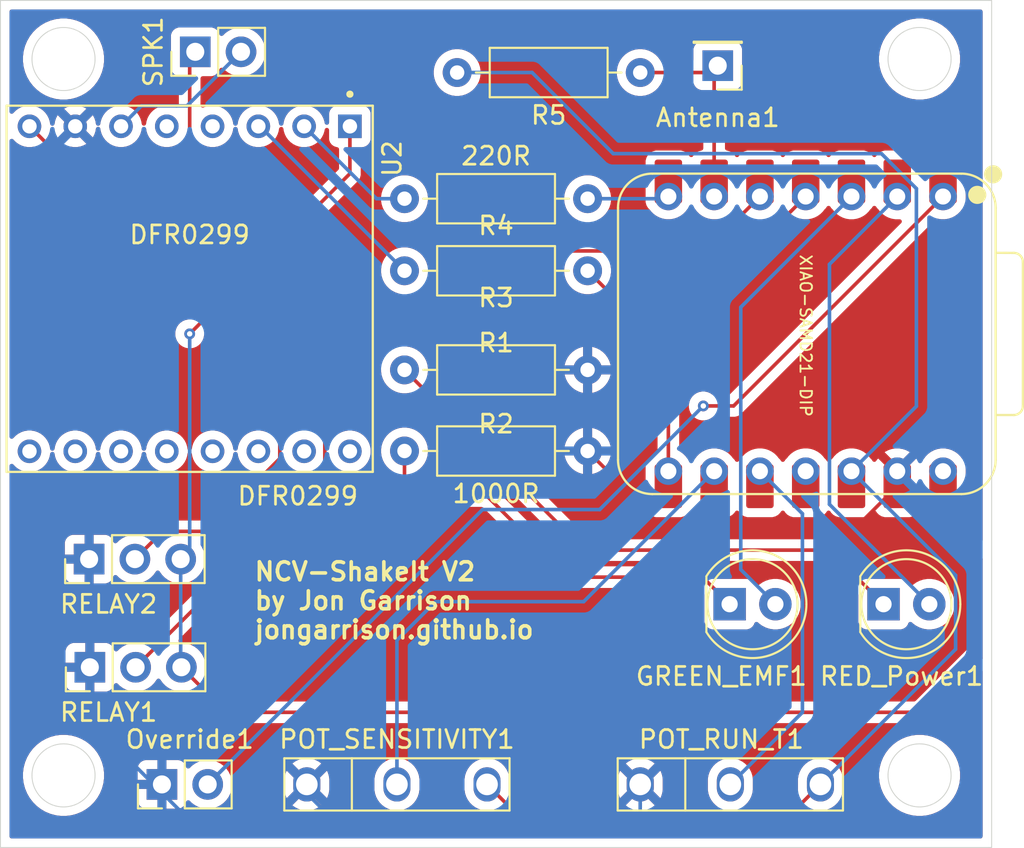
<source format=kicad_pcb>
(kicad_pcb (version 20241229) (generator "pcbnew") (generator_version "9.0")
  (layers (0 "F.Cu" signal) (2 "B.Cu" signal) (13 "F.Paste" user) (15 "B.Paste" user) (5 "F.SilkS" user "F.Silkscreen") (7 "B.SilkS" user "B.Silkscreen") (1 "F.Mask" user) (3 "B.Mask" user) (25 "Edge.Cuts" user))
  (net 0 "")
  (net 1 "Net-(U1-PA5_A9_D9_MISO)")
  (net 2 "Net-(U1-PA7_A8_D8_SCK)")
  (net 3 "Net-(RED_Power1-K)")
  (net 4 "Net-(GREEN_EMF1-K)")
  (net 5 "Net-(U2-TX)")
  (net 6 "Net-(U1-PB09_A7_D7_RX)")
  (net 7 "Net-(U1-PB08_A6_D6_TX)")
  (net 8 "Net-(U2-RX)")
  (net 9 "Net-(Antenna1-Pin_1)")
  (net 10 "Net-(GREEN_EMF1-A)")
  (net 11 "Net-(RED_Power1-A)")
  (net 12 "Net-(RELAY1-Pin_2)")
  (net 13 "Net-(RELAY2-Pin_2)")
  (net 14 "Net-(U2-SPK1)")
  (net 16 "Net-(OverrideSwitch1-Pin_2)")
  (net 21 "Net-(U2-SPK2)")
  (net 28 "+3.3V")
  (net 29 "GND")
  (net 30 "+5V")
  (footprint "Resistor_THT:R_Axial_DIN0207_L6.3mm_D2.5mm_P10.16mm_Horizontal" (layer "F.Cu") (at 49.58 31 180)
    (property "Reference" "R4" (hide yes))
    (property "Value" "220R" (at 5.08 2.37 0) (layer "F.SilkS"))
    (fp_line (start 9.12 0) (end 8.35 0) (stroke (width 0.12)) (layer "F.SilkS"))
    (fp_line (start 8.35 1.37) (end 8.35 -1.37) (stroke (width 0.12)) (layer "F.SilkS"))
    (fp_line (start 8.35 -1.37) (end 1.81 -1.37) (stroke (width 0.12)) (layer "F.SilkS"))
    (fp_line (start 1.81 1.37) (end 8.35 1.37) (stroke (width 0.12)) (layer "F.SilkS"))
    (fp_line (start 1.81 -1.37) (end 1.81 1.37) (stroke (width 0.12)) (layer "F.SilkS"))
    (fp_line (start 1.04 0) (end 1.81 0) (stroke (width 0.12)) (layer "F.SilkS"))
    (fp_text user "${REFERENCE}" (at 5.08 -1.5 0) (layer "F.SilkS"))
    (pad "1" thru_hole circle (at 0 0 180) (size 1.6 1.6) (drill 0.8) (layers "*.Cu" "*.Mask") (net 7 "Net-(U1-PB08_A6_D6_TX)"))
    (pad "2" thru_hole oval (at 10.16 0 180) (size 1.6 1.6) (drill 0.8) (layers "*.Cu" "*.Mask") (net 8 "Net-(U2-RX)"))
  )
  (footprint "Connector_PinHeader_2.54mm:PinHeader_1x02_P2.54mm_Vertical" (layer "F.Cu") (at 27.81 22.85 90)
    (property "Reference" "SPK1" (at 0 -2.33 90) (layer "F.SilkS"))
    (property "Value" "Speaker")
    (fp_line (start -1.33 -1.33) (end 0 -1.33) (stroke (width 0.12)) (layer "F.SilkS"))
    (fp_line (start -1.33 0) (end -1.33 -1.33) (stroke (width 0.12)) (layer "F.SilkS"))
    (fp_line (start 1.33 1.27) (end 1.33 3.87) (stroke (width 0.12)) (layer "F.SilkS"))
    (fp_line (start -1.33 1.27) (end 1.33 1.27) (stroke (width 0.12)) (layer "F.SilkS"))
    (fp_line (start -1.33 1.27) (end -1.33 3.87) (stroke (width 0.12)) (layer "F.SilkS"))
    (fp_line (start -1.33 3.87) (end 1.33 3.87) (stroke (width 0.12)) (layer "F.SilkS"))
    (pad "1" thru_hole rect (at 0 0 90) (size 1.7 1.7) (drill 1) (layers "*.Cu" "*.Mask") (net 21 "Net-(U2-SPK2)"))
    (pad "2" thru_hole oval (at 0 2.54 90) (size 1.7 1.7) (drill 1) (layers "*.Cu" "*.Mask") (net 14 "Net-(U2-SPK1)"))
  )
  (footprint "DFR0299:MODULE_DFR0299" (layer "F.Cu") (at 27.5 36 -90)
    (property "Reference" "U2" (at -7.225 -11.235 90) (layer "F.SilkS"))
    (property "Value" "DFR0299" (at 11.5 -6 180) (layer "F.SilkS"))
    (fp_line (start -10.16 10.16) (end -10.16 -10.16) (stroke (width 0.127)) (layer "F.SilkS"))
    (fp_line (start 10.16 10.16) (end -10.16 10.16) (stroke (width 0.127)) (layer "F.SilkS"))
    (fp_line (start -10.16 -10.16) (end 10.16 -10.16) (stroke (width 0.127)) (layer "F.SilkS"))
    (fp_line (start 10.16 -10.16) (end 10.16 10.16) (stroke (width 0.127)) (layer "F.SilkS"))
    (fp_circle (center -10.8 -8.89) (end -10.7 -8.89) (stroke (width 0.2)) (fill no) (layer "F.SilkS"))
    (pad "1" thru_hole rect (at -9.017 -8.89 270) (size 1.308 1.308) (drill 0.8) (layers "*.Cu" "*.Mask") (net 30 "+5V"))
    (pad "2" thru_hole circle (at -9.017 -6.35 270) (size 1.308 1.308) (drill 0.8) (layers "*.Cu" "*.Mask") (net 8 "Net-(U2-RX)"))
    (pad "3" thru_hole circle (at -9.017 -3.81 270) (size 1.308 1.308) (drill 0.8) (layers "*.Cu" "*.Mask") (net 5 "Net-(U2-TX)"))
    (pad "4" thru_hole circle (at -9.017 -1.27 270) (size 1.308 1.308) (drill 0.8) (layers "*.Cu" "*.Mask"))
    (pad "5" thru_hole circle (at -9.017 1.27 270) (size 1.308 1.308) (drill 0.8) (layers "*.Cu" "*.Mask"))
    (pad "6" thru_hole circle (at -9.017 3.81 270) (size 1.308 1.308) (drill 0.8) (layers "*.Cu" "*.Mask") (net 14 "Net-(U2-SPK1)"))
    (pad "7" thru_hole circle (at -9.017 6.35 270) (size 1.308 1.308) (drill 0.8) (layers "*.Cu" "*.Mask") (net 29 "GND"))
    (pad "8" thru_hole circle (at -9.017 8.89 270) (size 1.308 1.308) (drill 0.8) (layers "*.Cu" "*.Mask") (net 21 "Net-(U2-SPK2)"))
    (pad "9" thru_hole circle (at 9.017 8.89 270) (size 1.308 1.308) (drill 0.8) (layers "*.Cu" "*.Mask"))
    (pad "10" thru_hole circle (at 9.017 6.35 270) (size 1.308 1.308) (drill 0.8) (layers "*.Cu" "*.Mask"))
    (pad "11" thru_hole circle (at 9.017 3.81 270) (size 1.308 1.308) (drill 0.8) (layers "*.Cu" "*.Mask"))
    (pad "12" thru_hole circle (at 9.017 1.27 270) (size 1.308 1.308) (drill 0.8) (layers "*.Cu" "*.Mask"))
    (pad "13" thru_hole circle (at 9.017 -1.27 270) (size 1.308 1.308) (drill 0.8) (layers "*.Cu" "*.Mask"))
    (pad "14" thru_hole circle (at 9.017 -3.81 270) (size 1.308 1.308) (drill 0.8) (layers "*.Cu" "*.Mask"))
    (pad "15" thru_hole circle (at 9.017 -6.35 270) (size 1.308 1.308) (drill 0.8) (layers "*.Cu" "*.Mask"))
    (pad "16" thru_hole circle (at 9.017 -8.89 270) (size 1.308 1.308) (drill 0.8) (layers "*.Cu" "*.Mask"))
  )
  (footprint "Resistor_THT:R_Axial_DIN0207_L6.3mm_D2.5mm_P10.16mm_Horizontal" (layer "F.Cu") (at 49.58 35 180)
    (property "Reference" "R3" (hide yes))
    (property "Value" "220R" (hide yes))
    (fp_line (start 9.12 0) (end 8.35 0) (stroke (width 0.12)) (layer "F.SilkS"))
    (fp_line (start 8.35 1.37) (end 8.35 -1.37) (stroke (width 0.12)) (layer "F.SilkS"))
    (fp_line (start 8.35 -1.37) (end 1.81 -1.37) (stroke (width 0.12)) (layer "F.SilkS"))
    (fp_line (start 1.81 1.37) (end 8.35 1.37) (stroke (width 0.12)) (layer "F.SilkS"))
    (fp_line (start 1.81 -1.37) (end 1.81 1.37) (stroke (width 0.12)) (layer "F.SilkS"))
    (fp_line (start 1.04 0) (end 1.81 0) (stroke (width 0.12)) (layer "F.SilkS"))
    (fp_text user "${REFERENCE}" (at 5.08 -1.5 0) (layer "F.SilkS"))
    (pad "1" thru_hole circle (at 0 0 180) (size 1.6 1.6) (drill 0.8) (layers "*.Cu" "*.Mask") (net 6 "Net-(U1-PB09_A7_D7_RX)"))
    (pad "2" thru_hole oval (at 10.16 0 180) (size 1.6 1.6) (drill 0.8) (layers "*.Cu" "*.Mask") (net 5 "Net-(U2-TX)"))
  )
  (footprint "Seeed Studio XIAO Series Library:XIAO-SAMD21-DIP" (layer "F.Cu") (at 61.744 38.6 -90)
    (property "Reference" "U1" (hide yes))
    (property "Value" "XIAO-SAMD21-DIP" (at 0 0.0625 270) (layer "F.SilkS") (effects (font (size 0.635 0.635) (thickness 0.1016))))
    (fp_line (start -7.085 10.4765) (end 6.885 10.4765) (stroke (width 0.127)) (layer "F.SilkS"))
    (fp_line (start -8.99 8.5715) (end -8.99 -8.5735) (stroke (width 0.127)) (layer "F.SilkS"))
    (fp_line (start 8.79 8.5715) (end 8.79 -8.5735) (stroke (width 0.127)) (layer "F.SilkS"))
    (fp_line (start -4.595 -10.4785) (end -4.591272 -11.488772) (stroke (width 0.127)) (layer "F.SilkS"))
    (fp_line (start 6.885 -10.4785) (end -7.085 -10.4785) (stroke (width 0.1)) (layer "F.SilkS"))
    (fp_line (start 6.885 -10.4785) (end -7.085 -10.4785) (stroke (width 0.127)) (layer "F.SilkS"))
    (fp_line (start 4.404 -11.4885) (end 4.404 -10.4785) (stroke (width 0.127)) (layer "F.SilkS"))
    (fp_line (start -4.091272 -11.9885) (end 3.904 -11.9885) (stroke (width 0.127)) (layer "F.SilkS"))
    (fp_arc (start -7.085 10.4765) (mid -8.432038 9.918538) (end -8.99 8.5715) (stroke (width 0.127)) (layer "F.SilkS"))
    (fp_arc (start 8.79 8.5715) (mid 8.232038 9.918538) (end 6.885 10.4765) (stroke (width 0.127)) (layer "F.SilkS"))
    (fp_arc (start -8.99 -8.5735) (mid -8.432038 -9.920538) (end -7.085 -10.4785) (stroke (width 0.127)) (layer "F.SilkS"))
    (fp_arc (start 6.885 -10.4785) (mid 8.232038 -9.920538) (end 8.79 -8.5735) (stroke (width 0.127)) (layer "F.SilkS"))
    (fp_arc (start -4.591272 -11.488772) (mid -4.444728 -11.84214) (end -4.091272 -11.9885) (stroke (width 0.127)) (layer "F.SilkS"))
    (fp_arc (start 3.904 -11.9885) (mid 4.257553 -11.842053) (end 4.404 -11.4885) (stroke (width 0.127)) (layer "F.SilkS"))
    (fp_circle (center -7.811 -9.4575) (end -7.811 -9.7115) (stroke (width 0.5)) (fill yes) (layer "F.SilkS"))
    (fp_circle (center -8.954 -10.3375) (end -8.954 -10.5915) (stroke (width 0.5)) (fill yes) (layer "F.SilkS"))
    (pad "1" smd roundrect (at -8.555 -7.5575 90) (size 2.432 1.524) (layers "F.Cu" "F.Mask") (roundrect_rratio 0.1) (net 16 "Net-(OverrideSwitch1-Pin_2)"))
    (pad "1" thru_hole circle (at -7.72 -7.5575 90) (size 1.524 1.524) (drill 0.889) (layers "*.Cu" "*.Mask") (net 16 "Net-(OverrideSwitch1-Pin_2)"))
    (pad "2" smd roundrect (at -8.555 -5.0175 90) (size 2.432 1.524) (layers "F.Cu" "F.Mask") (roundrect_rratio 0.1) (net 11 "Net-(RED_Power1-A)"))
    (pad "2" thru_hole circle (at -7.72 -5.0175 90) (size 1.524 1.524) (drill 0.889) (layers "*.Cu" "*.Mask") (net 11 "Net-(RED_Power1-A)"))
    (pad "3" smd roundrect (at -8.555 -2.4775 90) (size 2.432 1.524) (layers "F.Cu" "F.Mask") (roundrect_rratio 0.1) (net 10 "Net-(GREEN_EMF1-A)"))
    (pad "3" thru_hole circle (at -7.72 -2.4775 90) (size 1.524 1.524) (drill 0.889) (layers "*.Cu" "*.Mask") (net 10 "Net-(GREEN_EMF1-A)"))
    (pad "4" smd roundrect (at -8.555 0.0625 90) (size 2.432 1.524) (layers "F.Cu" "F.Mask") (roundrect_rratio 0.1) (net 12 "Net-(RELAY1-Pin_2)"))
    (pad "4" thru_hole circle (at -7.72 0.0625 90) (size 1.524 1.524) (drill 0.889) (layers "*.Cu" "*.Mask") (net 12 "Net-(RELAY1-Pin_2)"))
    (pad "5" smd roundrect (at -8.555 2.6025 90) (size 2.432 1.524) (layers "F.Cu" "F.Mask") (roundrect_rratio 0.1) (net 13 "Net-(RELAY2-Pin_2)"))
    (pad "5" thru_hole circle (at -7.72 2.6025 90) (size 1.524 1.524) (drill 0.889) (layers "*.Cu" "*.Mask") (net 13 "Net-(RELAY2-Pin_2)"))
    (pad "6" smd roundrect (at -8.555 5.1425 90) (size 2.432 1.524) (layers "F.Cu" "F.Mask") (roundrect_rratio 0.1) (net 9 "Net-(Antenna1-Pin_1)"))
    (pad "6" thru_hole circle (at -7.72 5.1425 90) (size 1.524 1.524) (drill 0.889) (layers "*.Cu" "*.Mask") (net 9 "Net-(Antenna1-Pin_1)"))
    (pad "7" smd roundrect (at -8.555 7.6825 90) (size 2.432 1.524) (layers "F.Cu" "F.Mask") (roundrect_rratio 0.1) (net 7 "Net-(U1-PB08_A6_D6_TX)"))
    (pad "7" thru_hole circle (at -7.72 7.6825 90) (size 1.524 1.524) (drill 0.889) (layers "*.Cu" "*.Mask") (net 7 "Net-(U1-PB08_A6_D6_TX)"))
    (pad "8" thru_hole circle (at 7.52 7.6825 270) (size 1.524 1.524) (drill 0.889) (layers "*.Cu" "*.Mask") (net 6 "Net-(U1-PB09_A7_D7_RX)"))
    (pad "8" smd roundrect (at 8.355 7.6825 270) (size 2.432 1.524) (layers "F.Cu" "F.Mask") (roundrect_rratio 0.1) (net 6 "Net-(U1-PB09_A7_D7_RX)"))
    (pad "9" thru_hole circle (at 7.52 5.1425 270) (size 1.524 1.524) (drill 0.889) (layers "*.Cu" "*.Mask") (net 2 "Net-(U1-PA7_A8_D8_SCK)"))
    (pad "9" smd roundrect (at 8.355 5.1425 270) (size 2.432 1.524) (layers "F.Cu" "F.Mask") (roundrect_rratio 0.1) (net 2 "Net-(U1-PA7_A8_D8_SCK)"))
    (pad "10" thru_hole circle (at 7.52 2.6025 270) (size 1.524 1.524) (drill 0.889) (layers "*.Cu" "*.Mask") (net 1 "Net-(U1-PA5_A9_D9_MISO)"))
    (pad "10" smd roundrect (at 8.355 2.6025 270) (size 2.432 1.524) (layers "F.Cu" "F.Mask") (roundrect_rratio 0.1) (net 1 "Net-(U1-PA5_A9_D9_MISO)"))
    (pad "11" thru_hole circle (at 7.52 0.0625 270) (size 1.524 1.524) (drill 0.889) (layers "*.Cu" "*.Mask"))
    (pad "11" smd roundrect (at 8.355 0.0625 270) (size 2.432 1.524) (layers "F.Cu" "F.Mask") (roundrect_rratio 0.1))
    (pad "12" thru_hole circle (at 7.52 -2.4775 270) (size 1.524 1.524) (drill 0.889) (layers "*.Cu" "*.Mask") (net 28 "+3.3V"))
    (pad "12" smd roundrect (at 8.355 -2.4775 270) (size 2.432 1.524) (layers "F.Cu" "F.Mask") (roundrect_rratio 0.1) (net 28 "+3.3V"))
    (pad "13" thru_hole circle (at 7.52 -5.0175 270) (size 1.524 1.524) (drill 0.889) (layers "*.Cu" "*.Mask") (net 29 "GND"))
    (pad "13" smd roundrect (at 8.355 -5.0175 270) (size 2.432 1.524) (layers "F.Cu" "F.Mask") (roundrect_rratio 0.1) (net 29 "GND"))
    (pad "14" thru_hole circle (at 7.52 -7.5575 270) (size 1.524 1.524) (drill 0.889) (layers "*.Cu" "*.Mask") (net 30 "+5V"))
    (pad "14" smd roundrect (at 8.355 -7.5575 270) (size 2.432 1.524) (layers "F.Cu" "F.Mask") (roundrect_rratio 0.1) (net 30 "+5V"))
  )
  (footprint "Connector_PinHeader_2.54mm:PinHeader_1x01_P2.54mm_Vertical" (layer "F.Cu") (at 56.8015 23.62 180)
    (property "Reference" "Antenna1" (at 0 -2.88 0) (layer "F.SilkS"))
    (property "Value" "Conn_01x01_Pin" (hide yes))
    (fp_line (start 1.33 1.27) (end 1.33 1.33) (stroke (width 0.12)) (layer "F.SilkS"))
    (fp_line (start -1.33 1.33) (end 1.33 1.33) (stroke (width 0.12)) (layer "F.SilkS"))
    (fp_line (start -1.33 1.27) (end 1.33 1.27) (stroke (width 0.12)) (layer "F.SilkS"))
    (fp_line (start -1.33 1.27) (end -1.33 1.33) (stroke (width 0.12)) (layer "F.SilkS"))
    (fp_line (start -1.33 0) (end -1.33 -1.33) (stroke (width 0.12)) (layer "F.SilkS"))
    (fp_line (start -1.33 -1.33) (end 0 -1.33) (stroke (width 0.12)) (layer "F.SilkS"))
    (pad "1" thru_hole rect (at 0 0 180) (size 1.7 1.7) (drill 1) (layers "*.Cu" "*.Mask") (net 9 "Net-(Antenna1-Pin_1)"))
  )
  (footprint "Connector_PinHeader_2.54mm:PinHeader_1x03_P2.54mm_Vertical" (layer "F.Cu") (at 21.96 57 90)
    (property "Reference" "RELAY1" (at -2.5 1.04 180) (layer "F.SilkS"))
    (property "Value" "Conn_01x03_Pin" (hide yes))
    (fp_line (start -1.33 -1.33) (end 0 -1.33) (stroke (width 0.12)) (layer "F.SilkS"))
    (fp_line (start -1.33 0) (end -1.33 -1.33) (stroke (width 0.12)) (layer "F.SilkS"))
    (fp_line (start 1.33 1.27) (end 1.33 6.41) (stroke (width 0.12)) (layer "F.SilkS"))
    (fp_line (start -1.33 1.27) (end 1.33 1.27) (stroke (width 0.12)) (layer "F.SilkS"))
    (fp_line (start -1.33 1.27) (end -1.33 6.41) (stroke (width 0.12)) (layer "F.SilkS"))
    (fp_line (start -1.33 6.41) (end 1.33 6.41) (stroke (width 0.12)) (layer "F.SilkS"))
    (pad "1" thru_hole rect (at 0 0 90) (size 1.7 1.7) (drill 1) (layers "*.Cu" "*.Mask") (net 29 "GND"))
    (pad "2" thru_hole oval (at 0 2.54 90) (size 1.7 1.7) (drill 1) (layers "*.Cu" "*.Mask") (net 12 "Net-(RELAY1-Pin_2)"))
    (pad "3" thru_hole oval (at 0 5.08 90) (size 1.7 1.7) (drill 1) (layers "*.Cu" "*.Mask") (net 30 "+5V"))
  )
  (footprint "Resistor_THT:R_Axial_DIN0207_L6.3mm_D2.5mm_P10.16mm_Horizontal" (layer "F.Cu") (at 39.42 40.5)
    (property "Reference" "R1" (hide yes))
    (property "Value" "1000R" (hide yes))
    (fp_line (start 1.04 0) (end 1.81 0) (stroke (width 0.12)) (layer "F.SilkS"))
    (fp_line (start 1.81 -1.37) (end 1.81 1.37) (stroke (width 0.12)) (layer "F.SilkS"))
    (fp_line (start 1.81 1.37) (end 8.35 1.37) (stroke (width 0.12)) (layer "F.SilkS"))
    (fp_line (start 8.35 -1.37) (end 1.81 -1.37) (stroke (width 0.12)) (layer "F.SilkS"))
    (fp_line (start 8.35 1.37) (end 8.35 -1.37) (stroke (width 0.12)) (layer "F.SilkS"))
    (fp_line (start 9.12 0) (end 8.35 0) (stroke (width 0.12)) (layer "F.SilkS"))
    (fp_text user "${REFERENCE}" (at 5.08 -1.5 0) (layer "F.SilkS"))
    (pad "1" thru_hole circle (at 0 0) (size 1.6 1.6) (drill 0.8) (layers "*.Cu" "*.Mask") (net 3 "Net-(RED_Power1-K)"))
    (pad "2" thru_hole oval (at 10.16 0) (size 1.6 1.6) (drill 0.8) (layers "*.Cu" "*.Mask") (net 29 "GND"))
  )
  (footprint "Resistor_THT:R_Axial_DIN0207_L6.3mm_D2.5mm_P10.16mm_Horizontal" (layer "F.Cu") (at 39.42 45)
    (property "Reference" "R2" (hide yes))
    (property "Value" "1000R" (at 5.08 2.37 0) (layer "F.SilkS"))
    (fp_line (start 1.04 0) (end 1.81 0) (stroke (width 0.12)) (layer "F.SilkS"))
    (fp_line (start 1.81 -1.37) (end 1.81 1.37) (stroke (width 0.12)) (layer "F.SilkS"))
    (fp_line (start 1.81 1.37) (end 8.35 1.37) (stroke (width 0.12)) (layer "F.SilkS"))
    (fp_line (start 8.35 -1.37) (end 1.81 -1.37) (stroke (width 0.12)) (layer "F.SilkS"))
    (fp_line (start 8.35 1.37) (end 8.35 -1.37) (stroke (width 0.12)) (layer "F.SilkS"))
    (fp_line (start 9.12 0) (end 8.35 0) (stroke (width 0.12)) (layer "F.SilkS"))
    (fp_text user "${REFERENCE}" (at 5.08 -1.5 0) (layer "F.SilkS"))
    (pad "1" thru_hole circle (at 0 0) (size 1.6 1.6) (drill 0.8) (layers "*.Cu" "*.Mask") (net 4 "Net-(GREEN_EMF1-K)"))
    (pad "2" thru_hole oval (at 10.16 0) (size 1.6 1.6) (drill 0.8) (layers "*.Cu" "*.Mask") (net 29 "GND"))
  )
  (footprint "LED_THT:LED_D5.0mm" (layer "F.Cu") (at 66 53.5)
    (property "Reference" "RED_Power1" (at 1 4 0) (layer "F.SilkS"))
    (property "Value" "LED" (hide yes))
    (fp_line (start -1.29 -1.545) (end -1.29 1.545) (stroke (width 0.12)) (layer "F.SilkS"))
    (fp_arc (start -1.29 -1.54483) (mid 2.071756 -2.880501) (end 4.26 -0.000048) (stroke (width 0.12)) (layer "F.SilkS"))
    (fp_arc (start 4.26 0.000048) (mid 2.071756 2.880501) (end -1.29 1.54483) (stroke (width 0.12)) (layer "F.SilkS"))
    (fp_circle (center 1.27 0) (end 3.77 0) (stroke (width 0.12)) (fill no) (layer "F.SilkS"))
    (pad "1" thru_hole rect (at 0 0) (size 1.8 1.8) (drill 0.9) (layers "*.Cu" "*.Mask") (net 3 "Net-(RED_Power1-K)"))
    (pad "2" thru_hole circle (at 2.54 0) (size 1.8 1.8) (drill 0.9) (layers "*.Cu" "*.Mask") (net 11 "Net-(RED_Power1-A)"))
  )
  (footprint "Potentiometer_THT:JG-3Pin-Pot-11mmOuterPins" (layer "F.Cu") (at 57.5 63.5)
    (property "Reference" "POT_RUN_T1" (at -0.5 -2.5 0) (layer "F.SilkS"))
    (property "Value" "10K" (hide yes))
    (fp_line (start -6.25 -1.45) (end 6.25 -1.45) (stroke (width 0.12)) (layer "F.SilkS"))
    (fp_line (start -6.25 1.45) (end -6.25 -1.45) (stroke (width 0.12)) (layer "F.SilkS"))
    (fp_line (start -2.5 -1.45) (end -2.5 1.45) (stroke (width 0.12)) (layer "F.SilkS"))
    (fp_line (start 6.25 -1.45) (end 6.25 1.45) (stroke (width 0.12)) (layer "F.SilkS"))
    (fp_line (start 6.25 1.45) (end -6.25 1.45) (stroke (width 0.12)) (layer "F.SilkS"))
    (pad "1" thru_hole oval (at -5 0) (size 1.5 1.9) (drill 1.2) (layers "*.Cu" "*.Mask") (net 29 "GND"))
    (pad "2" thru_hole oval (at 0 0) (size 1.5 1.9) (drill 1.2) (layers "*.Cu" "*.Mask") (net 1 "Net-(U1-PA5_A9_D9_MISO)"))
    (pad "3" thru_hole oval (at 5 0) (size 1.5 1.9) (drill 1.2) (layers "*.Cu" "*.Mask") (net 28 "+3.3V"))
  )
  (footprint "LED_THT:LED_D5.0mm" (layer "F.Cu") (at 57.46 53.5)
    (property "Reference" "GREEN_EMF1" (at -0.46 4 180) (layer "F.SilkS"))
    (property "Value" "LED" (hide yes))
    (fp_line (start -1.29 -1.545) (end -1.29 1.545) (stroke (width 0.12)) (layer "F.SilkS"))
    (fp_arc (start -1.29 -1.54483) (mid 2.071756 -2.880501) (end 4.26 -0.000048) (stroke (width 0.12)) (layer "F.SilkS"))
    (fp_arc (start 4.26 0.000048) (mid 2.071756 2.880501) (end -1.29 1.54483) (stroke (width 0.12)) (layer "F.SilkS"))
    (fp_circle (center 1.27 0) (end 3.77 0) (stroke (width 0.12)) (fill no) (layer "F.SilkS"))
    (pad "1" thru_hole rect (at 0 0) (size 1.8 1.8) (drill 0.9) (layers "*.Cu" "*.Mask") (net 4 "Net-(GREEN_EMF1-K)"))
    (pad "2" thru_hole circle (at 2.54 0) (size 1.8 1.8) (drill 0.9) (layers "*.Cu" "*.Mask") (net 10 "Net-(GREEN_EMF1-A)"))
  )
  (footprint "Connector_PinHeader_2.54mm:PinHeader_1x03_P2.54mm_Vertical" (layer "F.Cu") (at 21.92 51 90)
    (property "Reference" "RELAY2" (at -2.5 1.08 180) (layer "F.SilkS"))
    (property "Value" "Conn_01x03_Pin" (hide yes))
    (fp_line (start -1.33 -1.33) (end 0 -1.33) (stroke (width 0.12)) (layer "F.SilkS"))
    (fp_line (start -1.33 0) (end -1.33 -1.33) (stroke (width 0.12)) (layer "F.SilkS"))
    (fp_line (start 1.33 1.27) (end 1.33 6.41) (stroke (width 0.12)) (layer "F.SilkS"))
    (fp_line (start -1.33 1.27) (end 1.33 1.27) (stroke (width 0.12)) (layer "F.SilkS"))
    (fp_line (start -1.33 1.27) (end -1.33 6.41) (stroke (width 0.12)) (layer "F.SilkS"))
    (fp_line (start -1.33 6.41) (end 1.33 6.41) (stroke (width 0.12)) (layer "F.SilkS"))
    (pad "1" thru_hole rect (at 0 0 90) (size 1.7 1.7) (drill 1) (layers "*.Cu" "*.Mask") (net 29 "GND"))
    (pad "2" thru_hole oval (at 0 2.54 90) (size 1.7 1.7) (drill 1) (layers "*.Cu" "*.Mask") (net 13 "Net-(RELAY2-Pin_2)"))
    (pad "3" thru_hole oval (at 0 5.08 90) (size 1.7 1.7) (drill 1) (layers "*.Cu" "*.Mask") (net 30 "+5V"))
  )
  (footprint "Potentiometer_THT:JG-3Pin-Pot-11mmOuterPins" (layer "F.Cu") (at 39 63.5)
    (property "Reference" "POT_SENSITIVITY1" (at 0 -2.5 0) (layer "F.SilkS"))
    (property "Value" "10K" (hide yes))
    (fp_line (start -6.25 -1.45) (end 6.25 -1.45) (stroke (width 0.12)) (layer "F.SilkS"))
    (fp_line (start -6.25 1.45) (end -6.25 -1.45) (stroke (width 0.12)) (layer "F.SilkS"))
    (fp_line (start -2.5 -1.45) (end -2.5 1.45) (stroke (width 0.12)) (layer "F.SilkS"))
    (fp_line (start 6.25 -1.45) (end 6.25 1.45) (stroke (width 0.12)) (layer "F.SilkS"))
    (fp_line (start 6.25 1.45) (end -6.25 1.45) (stroke (width 0.12)) (layer "F.SilkS"))
    (pad "1" thru_hole oval (at -5 0) (size 1.5 1.9) (drill 1.2) (layers "*.Cu" "*.Mask") (net 29 "GND"))
    (pad "2" thru_hole oval (at 0 0) (size 1.5 1.9) (drill 1.2) (layers "*.Cu" "*.Mask") (net 2 "Net-(U1-PA7_A8_D8_SCK)"))
    (pad "3" thru_hole oval (at 5 0) (size 1.5 1.9) (drill 1.2) (layers "*.Cu" "*.Mask") (net 28 "+3.3V"))
  )
  (footprint "Resistor_THT:R_Axial_DIN0207_L6.3mm_D2.5mm_P10.16mm_Horizontal" (layer "F.Cu") (at 52.5 24 180)
    (property "Reference" "R5" (at 5.08 -2.37 0) (layer "F.SilkS"))
    (property "Value" "1M-R")
    (fp_line (start 9.12 0) (end 8.35 0) (stroke (width 0.12)) (layer "F.SilkS"))
    (fp_line (start 8.35 1.37) (end 8.35 -1.37) (stroke (width 0.12)) (layer "F.SilkS"))
    (fp_line (start 8.35 -1.37) (end 1.81 -1.37) (stroke (width 0.12)) (layer "F.SilkS"))
    (fp_line (start 1.81 1.37) (end 8.35 1.37) (stroke (width 0.12)) (layer "F.SilkS"))
    (fp_line (start 1.81 -1.37) (end 1.81 1.37) (stroke (width 0.12)) (layer "F.SilkS"))
    (fp_line (start 1.04 0) (end 1.81 0) (stroke (width 0.12)) (layer "F.SilkS"))
    (pad "1" thru_hole circle (at 0 0 180) (size 1.6 1.6) (drill 0.8) (layers "*.Cu" "*.Mask") (net 9 "Net-(Antenna1-Pin_1)"))
    (pad "2" thru_hole oval (at 10.16 0 180) (size 1.6 1.6) (drill 0.8) (layers "*.Cu" "*.Mask") (net 28 "+3.3V"))
  )
  (footprint "Connector_PinHeader_2.54mm:PinHeader_1x02_P2.54mm_Vertical" (layer "F.Cu") (at 25.96 63.5 90)
    (property "Reference" "Override1" (at 2.5 1.54 180) (layer "F.SilkS"))
    (property "Value" "Conn_01x02_Pin" (hide yes))
    (fp_line (start -1.33 -1.33) (end 0 -1.33) (stroke (width 0.12)) (layer "F.SilkS"))
    (fp_line (start -1.33 0) (end -1.33 -1.33) (stroke (width 0.12)) (layer "F.SilkS"))
    (fp_line (start 1.33 1.27) (end 1.33 3.87) (stroke (width 0.12)) (layer "F.SilkS"))
    (fp_line (start -1.33 1.27) (end 1.33 1.27) (stroke (width 0.12)) (layer "F.SilkS"))
    (fp_line (start -1.33 1.27) (end -1.33 3.87) (stroke (width 0.12)) (layer "F.SilkS"))
    (fp_line (start -1.33 3.87) (end 1.33 3.87) (stroke (width 0.12)) (layer "F.SilkS"))
    (pad "1" thru_hole rect (at 0 0 90) (size 1.7 1.7) (drill 1) (layers "*.Cu" "*.Mask") (net 29 "GND"))
    (pad "2" thru_hole oval (at 0 2.54 90) (size 1.7 1.7) (drill 1) (layers "*.Cu" "*.Mask") (net 16 "Net-(OverrideSwitch1-Pin_2)"))
  )
  (gr_circle (center 20.5 23.25) (end 22.25 23.25) (stroke (width 0.05)) (fill no) (layer "Edge.Cuts"))
  (gr_circle (center 68 23.25) (end 69.75 23.25) (stroke (width 0.05)) (fill no) (layer "Edge.Cuts"))
  (gr_circle (center 20.5 63) (end 22.25 63) (stroke (width 0.05)) (fill no) (layer "Edge.Cuts"))
  (gr_circle (center 68 63) (end 69.75 63) (stroke (width 0.05)) (fill no) (layer "Edge.Cuts"))
  (gr_rect (start 17 20) (end 72 67) (stroke (width 0.05)) (fill no) (layer "Edge.Cuts"))
  (gr_text "DFR0299" (at 27.5 33 0) (layer "F.SilkS") (effects (font (size 1 1))))
  (gr_text "NCV-ShakeIt V2\nby Jon Garrison\njongarrison.github.io\n" (at 31 55.5 0) (layer "F.SilkS") (effects (font (size 1 1) (thickness 0.2) (bold yes)) (justify left bottom)))
  (segment (start 57.5 63.5) (end 61.5 59.5) (width 0.2) (layer "B.Cu") (net 1))
  (segment (start 61.5 48.4785) (end 59.1415 46.12) (width 0.2) (layer "B.Cu") (net 1))
  (segment (start 61.5 59.5) (end 61.5 48.4785) (width 0.2) (layer "B.Cu") (net 1))
  (segment (start 56.6015 46.955) (end 56.6015 46.12) (width 0.2) (layer "F.Cu") (net 2))
  (segment (start 49.36075 53.36075) (end 41.13925 53.36075) (width 0.2) (layer "B.Cu") (net 2))
  (segment (start 39 55.5) (end 39 63.5) (width 0.2) (layer "B.Cu") (net 2))
  (segment (start 56.6015 46.12) (end 49.36075 53.36075) (width 0.2) (layer "B.Cu") (net 2))
  (segment (start 41.13925 53.36075) (end 39 55.5) (width 0.2) (layer "B.Cu") (net 2))
  (segment (start 39.42 40.5) (end 49.42 50.5) (width 0.2) (layer "F.Cu") (net 3))
  (segment (start 63 50.5) (end 66 53.5) (width 0.2) (layer "F.Cu") (net 3))
  (segment (start 49.42 50.5) (end 63 50.5) (width 0.2) (layer "F.Cu") (net 3))
  (segment (start 55.96 52) (end 48.5 52) (width 0.2) (layer "F.Cu") (net 4))
  (segment (start 57.46 53.5) (end 55.96 52) (width 0.2) (layer "F.Cu") (net 4))
  (segment (start 39.42 46.42) (end 39.42 45) (width 0.2) (layer "F.Cu") (net 4))
  (segment (start 44 47.5) (end 40.5 47.5) (width 0.2) (layer "F.Cu") (net 4))
  (segment (start 48.5 52) (end 44 47.5) (width 0.2) (layer "F.Cu") (net 4))
  (segment (start 40.5 47.5) (end 39.42 46.42) (width 0.2) (layer "F.Cu") (net 4))
  (segment (start 39.42 35) (end 31.403 26.983) (width 0.2) (layer "B.Cu") (net 5))
  (segment (start 31.403 26.983) (end 31.31 26.983) (width 0.2) (layer "B.Cu") (net 5))
  (segment (start 53.5165 47.5) (end 54.0615 46.955) (width 0.2) (layer "F.Cu") (net 6))
  (segment (start 54.0615 39.4815) (end 49.58 35) (width 0.2) (layer "F.Cu") (net 6))
  (segment (start 54.0615 46.955) (end 54.0615 39.4815) (width 0.2) (layer "F.Cu") (net 6))
  (segment (start 53.9415 31) (end 54.0615 30.88) (width 0.2) (layer "B.Cu") (net 7))
  (segment (start 49.58 31) (end 53.9415 31) (width 0.2) (layer "B.Cu") (net 7))
  (segment (start 37.867 31) (end 33.85 26.983) (width 0.2) (layer "B.Cu") (net 8))
  (segment (start 39.42 31) (end 37.867 31) (width 0.2) (layer "B.Cu") (net 8))
  (segment (start 56.4215 24) (end 56.8015 23.62) (width 0.2) (layer "F.Cu") (net 9))
  (segment (start 56.6015 30.88) (end 56.6015 23.82) (width 0.2) (layer "F.Cu") (net 9))
  (segment (start 52.5 24) (end 56.4215 24) (width 0.2) (layer "F.Cu") (net 9))
  (segment (start 56.6015 23.82) (end 56.8015 23.62) (width 0.2) (layer "F.Cu") (net 9))
  (segment (start 58.0785 51.5785) (end 58.0785 37.023) (width 0.2) (layer "B.Cu") (net 10))
  (segment (start 60 53.5) (end 58.0785 51.5785) (width 0.2) (layer "B.Cu") (net 10))
  (segment (start 58.0785 37.023) (end 64.2215 30.88) (width 0.2) (layer "B.Cu") (net 10))
  (segment (start 63 47.96) (end 63 34.6415) (width 0.2) (layer "B.Cu") (net 11))
  (segment (start 68.54 53.5) (end 63 47.96) (width 0.2) (layer "B.Cu") (net 11))
  (segment (start 63 34.6415) (end 66.7615 30.88) (width 0.2) (layer "B.Cu") (net 11))
  (segment (start 58.6625 33.899) (end 43.601 33.899) (width 0.2) (layer "F.Cu") (net 12))
  (segment (start 61.6815 30.88) (end 58.6625 33.899) (width 0.2) (layer "F.Cu") (net 12))
  (segment (start 35 42.5) (end 35 46.5) (width 0.2) (layer "F.Cu") (net 12))
  (segment (start 35 46.5) (end 24.5 57) (width 0.2) (layer "F.Cu") (net 12))
  (segment (start 43.601 33.899) (end 35 42.5) (width 0.2) (layer "F.Cu") (net 12))
  (segment (start 32.5 45.419393) (end 28.459696 49.459697) (width 0.2) (layer "F.Cu") (net 13))
  (segment (start 57.0215 33) (end 43.5 33) (width 0.2) (layer "F.Cu") (net 13))
  (segment (start 32.5 44) (end 32.5 45.419393) (width 0.2) (layer "F.Cu") (net 13))
  (segment (start 26.000303 49.459697) (end 24.46 51) (width 0.2) (layer "F.Cu") (net 13))
  (segment (start 43.5 33) (end 32.5 44) (width 0.2) (layer "F.Cu") (net 13))
  (segment (start 59.1415 30.88) (end 57.0215 33) (width 0.2) (layer "F.Cu") (net 13))
  (segment (start 28.459696 49.459697) (end 26.000303 49.459697) (width 0.2) (layer "F.Cu") (net 13))
  (segment (start 30.5 23) (end 30.35 22.85) (width 0.2) (layer "F.Cu") (net 14))
  (segment (start 27.35 25.85) (end 24.823 25.85) (width 0.2) (layer "B.Cu") (net 14))
  (segment (start 24.823 25.85) (end 23.69 26.983) (width 0.2) (layer "B.Cu") (net 14))
  (segment (start 30.35 22.85) (end 27.35 25.85) (width 0.2) (layer "B.Cu") (net 14))
  (segment (start 69.3015 30.88) (end 57.6815 42.5) (width 0.2) (layer "F.Cu") (net 16))
  (segment (start 57.6815 42.5) (end 56 42.5) (width 0.2) (layer "F.Cu") (net 16))
  (via (at 56 42.5) (size 0.6) (drill 0.3) (layers "F.Cu" "B.Cu") (net 16))
  (segment (start 43.75 48.25) (end 28.5 63.5) (width 0.2) (layer "B.Cu") (net 16))
  (segment (start 56 42.5) (end 50.25 48.25) (width 0.2) (layer "B.Cu") (net 16))
  (segment (start 50.25 48.25) (end 43.75 48.25) (width 0.2) (layer "B.Cu") (net 16))
  (segment (start 33 59) (end 28.76355 63.23645) (width 0.2) (layer "B.Cu") (net 16))
  (segment (start 21.127 29.5) (end 26.5 29.5) (width 0.2) (layer "F.Cu") (net 21))
  (segment (start 27.5 28.5) (end 27.5 23.16) (width 0.2) (layer "F.Cu") (net 21))
  (segment (start 26.5 29.5) (end 27.5 28.5) (width 0.2) (layer "F.Cu") (net 21))
  (segment (start 18.61 26.983) (end 21.127 29.5) (width 0.2) (layer "F.Cu") (net 21))
  (segment (start 27.5 23.16) (end 27.81 22.85) (width 0.2) (layer "F.Cu") (net 21))
  (segment (start 46 65.5) (end 44 63.5) (width 0.2) (layer "F.Cu") (net 28))
  (segment (start 62.5 63.5) (end 60.5 65.5) (width 0.2) (layer "F.Cu") (net 28))
  (segment (start 60.5 65.5) (end 46 65.5) (width 0.2) (layer "F.Cu") (net 28))
  (segment (start 67.8245 30.43969) (end 67.8245 42.517) (width 0.2) (layer "B.Cu") (net 28))
  (segment (start 42.34 24) (end 46.5 24) (width 0.2) (layer "B.Cu") (net 28))
  (segment (start 67.8245 42.517) (end 64.2215 46.12) (width 0.2) (layer "B.Cu") (net 28))
  (segment (start 51 28.5) (end 65.88481 28.5) (width 0.2) (layer "B.Cu") (net 28))
  (segment (start 46.5 24) (end 51 28.5) (width 0.2) (layer "B.Cu") (net 28))
  (segment (start 70 56) (end 62.5 63.5) (width 0.2) (layer "B.Cu") (net 28))
  (segment (start 64.2215 46.12) (end 70 51.8985) (width 0.2) (layer "B.Cu") (net 28))
  (segment (start 65.88481 28.5) (end 67.8245 30.43969) (width 0.2) (layer "B.Cu") (net 28))
  (segment (start 70 51.8985) (end 70 56) (width 0.2) (layer "B.Cu") (net 28))
  (segment (start 64.7165 49) (end 66.7615 46.955) (width 0.2) (layer "F.Cu") (net 29))
  (segment (start 52.54 49) (end 64.7165 49) (width 0.2) (layer "F.Cu") (net 29))
  (segment (start 49.58 45) (end 49.58 40.5) (width 0.2) (layer "F.Cu") (net 29))
  (segment (start 52.5 47.92) (end 52.5 48.96) (width 0.2) (layer "F.Cu") (net 29))
  (segment (start 49.58 45) (end 52.5 47.92) (width 0.2) (layer "F.Cu") (net 29))
  (segment (start 52.5 48.96) (end 52.54 49) (width 0.2) (layer "F.Cu") (net 29))
  (segment (start 46.831575 45) (end 30.331575 28.5) (width 0.2) (layer "B.Cu") (net 29))
  (segment (start 71 66) (end 52.5 66) (width 0.2) (layer "B.Cu") (net 29))
  (segment (start 34 64) (end 34 63.5) (width 0.2) (layer "B.Cu") (net 29))
  (segment (start 21.96 51.04) (end 21.92 51) (width 0.2) (layer "B.Cu") (net 29))
  (segment (start 30.331575 28.5) (end 22.667 28.5) (width 0.2) (layer "B.Cu") (net 29))
  (segment (start 49.58 45) (end 46.831575 45) (width 0.2) (layer "B.Cu") (net 29))
  (segment (start 52.5 63.5) (end 52.5 66) (width 0.2) (layer "B.Cu") (net 29))
  (segment (start 38 66) (end 36 66) (width 0.2) (layer "B.Cu") (net 29))
  (segment (start 52.5 66) (end 38 66) (width 0.2) (layer "B.Cu") (net 29))
  (segment (start 21.96 57) (end 21.96 51.04) (width 0.2) (layer "B.Cu") (net 29))
  (segment (start 21.96 59.96) (end 21.96 57) (width 0.2) (layer "B.Cu") (net 29))
  (segment (start 22.667 28.5) (end 21.15 26.983) (width 0.2) (layer "B.Cu") (net 29))
  (segment (start 36 66) (end 34 64) (width 0.2) (layer "B.Cu") (net 29))
  (segment (start 36 66) (end 28 66) (width 0.2) (layer "B.Cu") (net 29))
  (segment (start 66.7615 46.12) (end 71 50.3585) (width 0.2) (layer "B.Cu") (net 29))
  (segment (start 28 66) (end 21.96 59.96) (width 0.2) (layer "B.Cu") (net 29))
  (segment (start 71 50.3585) (end 71 66) (width 0.2) (layer "B.Cu") (net 29))
  (segment (start 68 59.5) (end 29.54 59.5) (width 0.2) (layer "F.Cu") (net 30))
  (segment (start 69.3015 48.9025) (end 71.399 51) (width 0.2) (layer "F.Cu") (net 30))
  (segment (start 29.54 59.5) (end 27.04 57) (width 0.2) (layer "F.Cu") (net 30))
  (segment (start 71.399 51) (end 71.399 56.5) (width 0.2) (layer "F.Cu") (net 30))
  (segment (start 71 56.5) (end 68 59.5) (width 0.2) (layer "F.Cu") (net 30))
  (segment (start 71.399 56.5) (end 71 56.5) (width 0.2) (layer "F.Cu") (net 30))
  (segment (start 36.39 29.61) (end 27.5 38.5) (width 0.2) (layer "F.Cu") (net 30))
  (segment (start 36.39 26.983) (end 36.39 29.61) (width 0.2) (layer "F.Cu") (net 30))
  (segment (start 69.3015 46.12) (end 69.3015 48.9025) (width 0.2) (layer "F.Cu") (net 30))
  (via (at 27.5 38.5) (size 0.6) (drill 0.3) (layers "F.Cu" "B.Cu") (net 30))
  (segment (start 27.04 51.04) (end 27 51) (width 0.2) (layer "B.Cu") (net 30))
  (segment (start 27 51) (end 27 56.96) (width 0.2) (layer "B.Cu") (net 30))
  (segment (start 27.5 38.5) (end 27.5 50.5) (width 0.2) (layer "B.Cu") (net 30))
  (segment (start 27.5 50.5) (end 27 51) (width 0.2) (layer "B.Cu") (net 30))
  (segment (start 27 56.96) (end 27.04 57) (width 0.2) (layer "B.Cu") (net 30))
  (zone (net 29) (net_name "GND") (layer "F.Cu") (priority 1) (connect_pads (clearance 0.5)) (min_thickness 0.25) (fill yes (thermal_gap 0.5) (thermal_bridge_width 0.5))
    (polygon (pts (xy 17 20) (xy 72 20) (xy 72 67) (xy 17 67)))
  )
  (zone (net 29) (net_name "GND") (layer "B.Cu") (connect_pads (clearance 0.5)) (min_thickness 0.25) (fill yes (thermal_gap 0.5) (thermal_bridge_width 0.5))
    (polygon (pts (xy 17 20) (xy 72 20) (xy 72 67) (xy 17 67)))
  )
)
</source>
